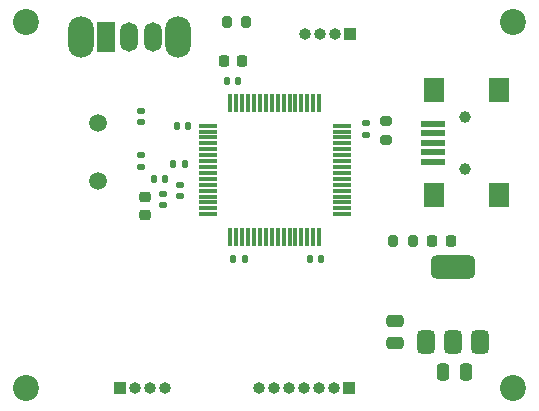
<source format=gbr>
%TF.GenerationSoftware,KiCad,Pcbnew,8.0.2*%
%TF.CreationDate,2024-06-15T16:53:24+02:00*%
%TF.ProjectId,KiCad_STM32_F105RCT6TR,4b694361-645f-4535-944d-33325f463130,v 1.0*%
%TF.SameCoordinates,Original*%
%TF.FileFunction,Soldermask,Top*%
%TF.FilePolarity,Negative*%
%FSLAX46Y46*%
G04 Gerber Fmt 4.6, Leading zero omitted, Abs format (unit mm)*
G04 Created by KiCad (PCBNEW 8.0.2) date 2024-06-15 16:53:24*
%MOMM*%
%LPD*%
G01*
G04 APERTURE LIST*
G04 Aperture macros list*
%AMRoundRect*
0 Rectangle with rounded corners*
0 $1 Rounding radius*
0 $2 $3 $4 $5 $6 $7 $8 $9 X,Y pos of 4 corners*
0 Add a 4 corners polygon primitive as box body*
4,1,4,$2,$3,$4,$5,$6,$7,$8,$9,$2,$3,0*
0 Add four circle primitives for the rounded corners*
1,1,$1+$1,$2,$3*
1,1,$1+$1,$4,$5*
1,1,$1+$1,$6,$7*
1,1,$1+$1,$8,$9*
0 Add four rect primitives between the rounded corners*
20,1,$1+$1,$2,$3,$4,$5,0*
20,1,$1+$1,$4,$5,$6,$7,0*
20,1,$1+$1,$6,$7,$8,$9,0*
20,1,$1+$1,$8,$9,$2,$3,0*%
G04 Aperture macros list end*
%ADD10RoundRect,0.075000X-0.075000X-0.700000X0.075000X-0.700000X0.075000X0.700000X-0.075000X0.700000X0*%
%ADD11RoundRect,0.075000X-0.700000X-0.075000X0.700000X-0.075000X0.700000X0.075000X-0.700000X0.075000X0*%
%ADD12RoundRect,0.140000X-0.170000X0.140000X-0.170000X-0.140000X0.170000X-0.140000X0.170000X0.140000X0*%
%ADD13C,2.200000*%
%ADD14O,1.000000X1.000000*%
%ADD15R,1.000000X1.000000*%
%ADD16C,1.500000*%
%ADD17R,1.700000X2.000000*%
%ADD18R,2.000000X0.500000*%
%ADD19C,1.000000*%
%ADD20O,1.500000X2.500000*%
%ADD21R,1.500000X2.500000*%
%ADD22O,2.200000X3.500000*%
%ADD23RoundRect,0.250000X0.250000X0.475000X-0.250000X0.475000X-0.250000X-0.475000X0.250000X-0.475000X0*%
%ADD24RoundRect,0.200000X-0.200000X-0.275000X0.200000X-0.275000X0.200000X0.275000X-0.200000X0.275000X0*%
%ADD25RoundRect,0.225000X-0.225000X-0.250000X0.225000X-0.250000X0.225000X0.250000X-0.225000X0.250000X0*%
%ADD26RoundRect,0.375000X0.375000X-0.625000X0.375000X0.625000X-0.375000X0.625000X-0.375000X-0.625000X0*%
%ADD27RoundRect,0.500000X1.400000X-0.500000X1.400000X0.500000X-1.400000X0.500000X-1.400000X-0.500000X0*%
%ADD28RoundRect,0.218750X0.256250X-0.218750X0.256250X0.218750X-0.256250X0.218750X-0.256250X-0.218750X0*%
%ADD29RoundRect,0.140000X0.140000X0.170000X-0.140000X0.170000X-0.140000X-0.170000X0.140000X-0.170000X0*%
%ADD30RoundRect,0.140000X-0.140000X-0.170000X0.140000X-0.170000X0.140000X0.170000X-0.140000X0.170000X0*%
%ADD31RoundRect,0.140000X0.170000X-0.140000X0.170000X0.140000X-0.170000X0.140000X-0.170000X-0.140000X0*%
%ADD32RoundRect,0.200000X-0.275000X0.200000X-0.275000X-0.200000X0.275000X-0.200000X0.275000X0.200000X0*%
%ADD33RoundRect,0.250000X-0.475000X0.250000X-0.475000X-0.250000X0.475000X-0.250000X0.475000X0.250000X0*%
%ADD34RoundRect,0.218750X-0.218750X-0.256250X0.218750X-0.256250X0.218750X0.256250X-0.218750X0.256250X0*%
G04 APERTURE END LIST*
D10*
%TO.C,F105RCT6TR*%
X103575000Y-59825000D03*
X104075000Y-59825000D03*
X104575000Y-59825000D03*
X105075000Y-59825000D03*
X105575000Y-59825000D03*
X106075000Y-59825000D03*
X106575000Y-59825000D03*
X107075000Y-59825000D03*
X107575000Y-59825000D03*
X108075000Y-59825000D03*
X108575000Y-59825000D03*
X109075000Y-59825000D03*
X109575000Y-59825000D03*
X110075000Y-59825000D03*
X110575000Y-59825000D03*
X111075000Y-59825000D03*
D11*
X113000000Y-61750000D03*
X113000000Y-62250000D03*
X113000000Y-62750000D03*
X113000000Y-63250000D03*
X113000000Y-63750000D03*
X113000000Y-64250000D03*
X113000000Y-64750000D03*
X113000000Y-65250000D03*
X113000000Y-65750000D03*
X113000000Y-66250000D03*
X113000000Y-66750000D03*
X113000000Y-67250000D03*
X113000000Y-67750000D03*
X113000000Y-68250000D03*
X113000000Y-68750000D03*
X113000000Y-69250000D03*
D10*
X111075000Y-71175000D03*
X110575000Y-71175000D03*
X110075000Y-71175000D03*
X109575000Y-71175000D03*
X109075000Y-71175000D03*
X108575000Y-71175000D03*
X108075000Y-71175000D03*
X107575000Y-71175000D03*
X107075000Y-71175000D03*
X106575000Y-71175000D03*
X106075000Y-71175000D03*
X105575000Y-71175000D03*
X105075000Y-71175000D03*
X104575000Y-71175000D03*
X104075000Y-71175000D03*
X103575000Y-71175000D03*
D11*
X101650000Y-69250000D03*
X101650000Y-68750000D03*
X101650000Y-68250000D03*
X101650000Y-67750000D03*
X101650000Y-67250000D03*
X101650000Y-66750000D03*
X101650000Y-66250000D03*
X101650000Y-65750000D03*
X101650000Y-65250000D03*
X101650000Y-64750000D03*
X101650000Y-64250000D03*
X101650000Y-63750000D03*
X101650000Y-63250000D03*
X101650000Y-62750000D03*
X101650000Y-62250000D03*
X101650000Y-61750000D03*
%TD*%
D12*
%TO.C,C3*%
X115075000Y-61540000D03*
X115075000Y-62500000D03*
%TD*%
D13*
%TO.C,H2*%
X127500000Y-53000000D03*
%TD*%
D12*
%TO.C,C12*%
X96000000Y-64270000D03*
X96000000Y-65230000D03*
%TD*%
D14*
%TO.C,SWD*%
X109860000Y-54000000D03*
X111130000Y-54000000D03*
X112400000Y-54000000D03*
D15*
X113670000Y-54000000D03*
%TD*%
D14*
%TO.C,OLED*%
X106000000Y-84000000D03*
X107270000Y-84000000D03*
X108540000Y-84000000D03*
X109810000Y-84000000D03*
X111080000Y-84000000D03*
X112350000Y-84000000D03*
D15*
X113620000Y-84000000D03*
%TD*%
D16*
%TO.C,Y1*%
X92325000Y-61550000D03*
X92325000Y-66430000D03*
%TD*%
D17*
%TO.C,USB*%
X126275000Y-58750000D03*
X120825000Y-58750000D03*
X126275000Y-67650000D03*
X120825000Y-67650000D03*
D18*
X120725000Y-61600000D03*
X120725000Y-62400000D03*
X120725000Y-63200000D03*
X120725000Y-64000000D03*
X120725000Y-64800000D03*
D19*
X123425000Y-61000000D03*
X123425000Y-65400000D03*
%TD*%
D20*
%TO.C,BOOT*%
X97000000Y-54250000D03*
X95000000Y-54250000D03*
D21*
X93000000Y-54250000D03*
D22*
X99100000Y-54250000D03*
X90900000Y-54250000D03*
%TD*%
D23*
%TO.C,C13*%
X123500000Y-82650000D03*
X121600000Y-82650000D03*
%TD*%
D24*
%TO.C,R1*%
X103250000Y-53000000D03*
X104900000Y-53000000D03*
%TD*%
D25*
%TO.C,C5*%
X103000000Y-56250000D03*
X104550000Y-56250000D03*
%TD*%
D26*
%TO.C,U2*%
X120100000Y-80050000D03*
X122400000Y-80050000D03*
D27*
X122400000Y-73750000D03*
D26*
X124700000Y-80050000D03*
%TD*%
D13*
%TO.C,H1*%
X86280000Y-53000000D03*
%TD*%
D28*
%TO.C,FB1*%
X96345000Y-69325000D03*
X96345000Y-67750000D03*
%TD*%
D29*
%TO.C,C9*%
X99710000Y-65000000D03*
X98750000Y-65000000D03*
%TD*%
D13*
%TO.C,H3*%
X127460000Y-83980000D03*
%TD*%
D14*
%TO.C,PULSE*%
X98000000Y-84000000D03*
X96730000Y-84000000D03*
X95460000Y-84000000D03*
D15*
X94190000Y-84000000D03*
%TD*%
D24*
%TO.C,R3*%
X117350000Y-71500000D03*
X119000000Y-71500000D03*
%TD*%
D30*
%TO.C,C8*%
X97095000Y-66250000D03*
X98055000Y-66250000D03*
%TD*%
%TO.C,C4*%
X103250000Y-58000000D03*
X104210000Y-58000000D03*
%TD*%
D29*
%TO.C,C1*%
X99980000Y-61750000D03*
X99020000Y-61750000D03*
%TD*%
%TO.C,C2*%
X104785000Y-73000000D03*
X103825000Y-73000000D03*
%TD*%
%TO.C,C10*%
X111250000Y-73000000D03*
X110290000Y-73000000D03*
%TD*%
D13*
%TO.C,H4*%
X86250000Y-83980000D03*
%TD*%
D31*
%TO.C,C6*%
X99345000Y-67705000D03*
X99345000Y-66745000D03*
%TD*%
%TO.C,C7*%
X97845000Y-68480000D03*
X97845000Y-67520000D03*
%TD*%
D32*
%TO.C,R2*%
X116750000Y-61350000D03*
X116750000Y-63000000D03*
%TD*%
D33*
%TO.C,C14*%
X117500000Y-78250000D03*
X117500000Y-80150000D03*
%TD*%
D34*
%TO.C,D1*%
X120675000Y-71500000D03*
X122250000Y-71500000D03*
%TD*%
D31*
%TO.C,C11*%
X96000000Y-61460000D03*
X96000000Y-60500000D03*
%TD*%
M02*

</source>
